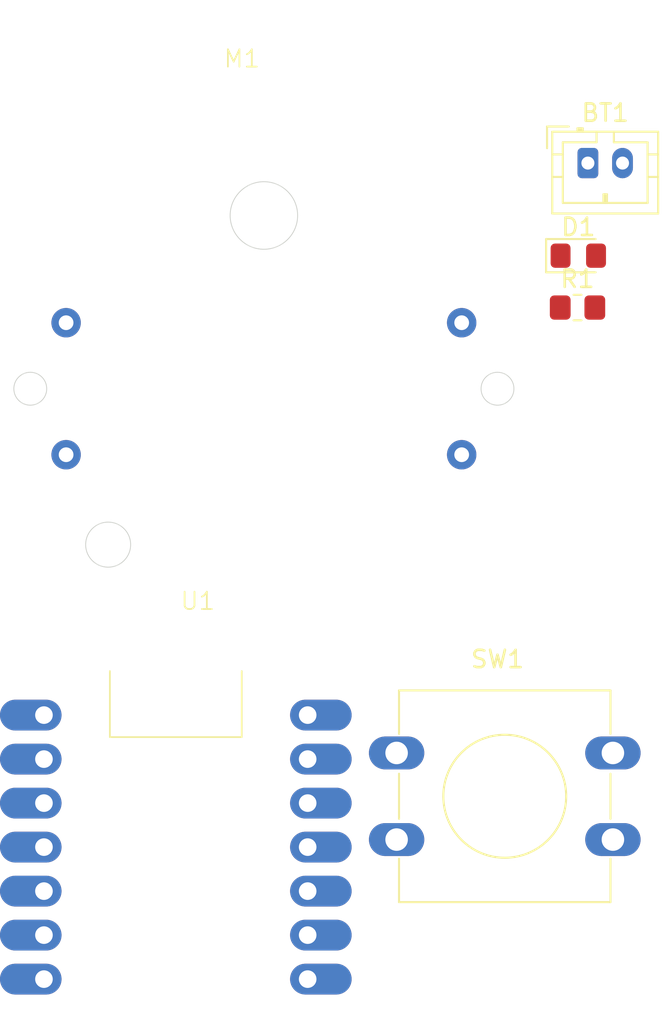
<source format=kicad_pcb>
(kicad_pcb (version 20240108) (generator "pcbnew") (generator_version "8.0")
  (layers (0 "F.Cu" signal) (31 "B.Cu" signal) (34 "B.Paste" user) (35 "F.Paste" user) (36 "B.SilkS" user "B.Silkscreen") (37 "F.SilkS" user "F.Silkscreen") (38 "B.Mask" user) (39 "F.Mask" user) (44 "Edge.Cuts" user))
  (net 0 "")
  (net 1 "GND")
  (net 2 "VCC")
  (net 3 "Net-(D1-A)")
  (net 4 "Net-(D1-K)")
  (net 5 "Net-(U1-GPIO3_A2_D2)")
  (net 6 "Net-(M1--)")
  (net 7 "Net-(U1-GPIO1_A0_D0)")
  (net 8 "Net-(U1-GPIO4_A3_D3)")
  (net 9 "Net-(SW1-A)")
  (footprint "demo_motor:x27_stepper" (layer "F.Cu") (at 128.87 104.135)
    (property "Reference" "M1" (at -3.81 -29.21 0) (layer "F.SilkS") (effects (font (thickness 0.1))))
    (property "Value" "Stepper_Motor_bipolar")
    (fp_circle (center -16.04 -10.16) (end -15.09 -10.16) (stroke (width 0.05)) (fill none) (layer "Edge.Cuts"))
    (fp_circle (center -11.54 -1.16) (end -10.24 -1.16) (stroke (width 0.05)) (fill none) (layer "Edge.Cuts"))
    (fp_circle (center -2.54 -20.16) (end -0.59 -20.16) (stroke (width 0.05)) (fill none) (layer "Edge.Cuts"))
    (fp_circle (center 10.96 -10.16) (end 11.91 -10.16) (stroke (width 0.05)) (fill none) (layer "Edge.Cuts"))
    (pad "1" thru_hole circle (at 8.89 -13.97) (size 1.7 1.7) (drill 0.85) (layers "*.Cu" "*.Mask") (net 7 "Net-(U1-GPIO1_A0_D0)"))
    (pad "2" thru_hole circle (at 8.89 -6.35) (size 1.7 1.7) (drill 0.85) (layers "*.Cu" "*.Mask") (net 6 "Net-(M1--)"))
    (pad "3" thru_hole circle (at -13.97 -6.35) (size 1.7 1.7) (drill 0.85) (layers "*.Cu" "*.Mask") (net 5 "Net-(U1-GPIO3_A2_D2)"))
    (pad "4" thru_hole circle (at -13.97 -13.97) (size 1.7 1.7) (drill 0.85) (layers "*.Cu" "*.Mask") (net 8 "Net-(U1-GPIO4_A3_D3)"))
  )
  (footprint "demo_xiao:XIAO_ESP32_SENSE" (layer "F.Cu") (at 121.24 120.435)
    (property "Reference" "U1" (at 1.27 -14.2 0) (layer "F.SilkS") (effects (font (thickness 0.1))))
    (property "Value" "~")
    (fp_line (start -3.81 -10.16) (end -3.81 -6.35) (stroke (width 0.1)) (layer "F.SilkS"))
    (fp_line (start -3.81 -6.35) (end 3.81 -6.35) (stroke (width 0.1)) (layer "F.SilkS"))
    (fp_line (start 3.81 -6.35) (end 3.81 -10.16) (stroke (width 0.1)) (layer "F.SilkS"))
    (pad "1" thru_hole oval (at -7.62 -7.62) (size 3.556 1.778) (drill 1.016 (offset -0.762 0)) (layers "*.Cu" "*.Mask") (net 7 "Net-(U1-GPIO1_A0_D0)"))
    (pad "2" thru_hole oval (at -7.62 -5.08) (size 3.556 1.778) (drill 1.016 (offset -0.762 0)) (layers "*.Cu" "*.Mask") (net 6 "Net-(M1--)"))
    (pad "3" thru_hole oval (at -7.62 -2.54) (size 3.556 1.778) (drill 1.016 (offset -0.762 0)) (layers "*.Cu" "*.Mask") (net 5 "Net-(U1-GPIO3_A2_D2)"))
    (pad "4" thru_hole oval (at -7.62 0) (size 3.556 1.778) (drill 1.016 (offset -0.762 0)) (layers "*.Cu" "*.Mask") (net 8 "Net-(U1-GPIO4_A3_D3)"))
    (pad "5" thru_hole oval (at -7.62 2.54) (size 3.556 1.778) (drill 1.016 (offset -0.762 0)) (layers "*.Cu" "*.Mask"))
    (pad "6" thru_hole oval (at -7.62 5.08) (size 3.556 1.778) (drill 1.016 (offset -0.762 0)) (layers "*.Cu" "*.Mask"))
    (pad "7" thru_hole oval (at -7.62 7.62) (size 3.556 1.778) (drill 1.016 (offset -0.762 0)) (layers "*.Cu" "*.Mask"))
    (pad "8" thru_hole oval (at 7.62 -7.62) (size 3.556 1.778) (drill 1.016 (offset 0.762 0)) (layers "*.Cu" "*.Mask") (net 2 "VCC"))
    (pad "9" thru_hole oval (at 7.62 -5.08) (size 3.556 1.778) (drill 1.016 (offset 0.762 0)) (layers "*.Cu" "*.Mask") (net 1 "GND"))
    (pad "10" thru_hole oval (at 7.62 -2.54) (size 3.556 1.778) (drill 1.016 (offset 0.762 0)) (layers "*.Cu" "*.Mask"))
    (pad "11" thru_hole oval (at 7.62 0) (size 3.556 1.778) (drill 1.016 (offset 0.762 0)) (layers "*.Cu" "*.Mask") (net 3 "Net-(D1-A)"))
    (pad "12" thru_hole oval (at 7.62 2.54) (size 3.556 1.778) (drill 1.016 (offset 0.762 0)) (layers "*.Cu" "*.Mask") (net 9 "Net-(SW1-A)"))
    (pad "13" thru_hole oval (at 7.62 5.08) (size 3.556 1.778) (drill 1.016 (offset 0.762 0)) (layers "*.Cu" "*.Mask"))
    (pad "14" thru_hole oval (at 7.62 7.62) (size 3.556 1.778) (drill 1.016 (offset 0.762 0)) (layers "*.Cu" "*.Mask"))
  )
  (footprint "LED_SMD:LED_0805_2012Metric_Pad1.15x1.40mm_HandSolder" (layer "F.Cu") (at 144.5 86.295)
    (property "Reference" "D1" (at 0 -1.65 0) (layer "F.SilkS"))
    (property "Value" "LED")
    (fp_line (start -1.86 -0.96) (end -1.86 0.96) (stroke (width 0.12)) (layer "F.SilkS"))
    (fp_line (start -1.86 0.96) (end 1 0.96) (stroke (width 0.12)) (layer "F.SilkS"))
    (fp_line (start 1 -0.96) (end -1.86 -0.96) (stroke (width 0.12)) (layer "F.SilkS"))
    (pad "1" smd roundrect (at -1.025 0) (size 1.15 1.4) (layers "F.Cu" "F.Paste" "F.Mask") (roundrect_rratio 0.217391) (net 4 "Net-(D1-K)"))
    (pad "2" smd roundrect (at 1.025 0) (size 1.15 1.4) (layers "F.Cu" "F.Paste" "F.Mask") (roundrect_rratio 0.217391) (net 3 "Net-(D1-A)"))
  )
  (footprint "Resistor_SMD:R_0805_2012Metric_Pad1.20x1.40mm_HandSolder" (layer "F.Cu") (at 144.455 89.29)
    (property "Reference" "R1" (at 0 -1.65 0) (layer "F.SilkS"))
    (property "Value" "R")
    (fp_line (start -0.227064 -0.735) (end 0.227064 -0.735) (stroke (width 0.12)) (layer "F.SilkS"))
    (fp_line (start -0.227064 0.735) (end 0.227064 0.735) (stroke (width 0.12)) (layer "F.SilkS"))
    (pad "1" smd roundrect (at -1 0) (size 1.2 1.4) (layers "F.Cu" "F.Paste" "F.Mask") (roundrect_rratio 0.208333) (net 4 "Net-(D1-K)"))
    (pad "2" smd roundrect (at 1 0) (size 1.2 1.4) (layers "F.Cu" "F.Paste" "F.Mask") (roundrect_rratio 0.208333) (net 1 "GND"))
  )
  (footprint "Button_Switch_THT:SW_PUSH-12mm" (layer "F.Cu") (at 134 115)
    (property "Reference" "SW1" (at 5.83 -5.41 0) (layer "F.SilkS"))
    (property "Value" "SW_SPST")
    (fp_line (start 0.14 -3.61) (end 0.14 -1.1) (stroke (width 0.12)) (layer "F.SilkS"))
    (fp_line (start 0.14 -3.61) (end 12.36 -3.61) (stroke (width 0.12)) (layer "F.SilkS"))
    (fp_line (start 0.14 1.2) (end 0.14 3.8) (stroke (width 0.12)) (layer "F.SilkS"))
    (fp_line (start 0.14 6.1) (end 0.14 8.61) (stroke (width 0.12)) (layer "F.SilkS"))
    (fp_line (start 12.36 -3.61) (end 12.36 -1.1) (stroke (width 0.12)) (layer "F.SilkS"))
    (fp_line (start 12.36 1.2) (end 12.36 3.8) (stroke (width 0.12)) (layer "F.SilkS"))
    (fp_line (start 12.36 6.1) (end 12.36 8.61) (stroke (width 0.12)) (layer "F.SilkS"))
    (fp_line (start 12.36 8.61) (end 0.14 8.61) (stroke (width 0.12)) (layer "F.SilkS"))
    (fp_circle (center 6.25 2.5) (end 9.8 2.5) (stroke (width 0.12)) (fill none) (layer "F.SilkS"))
    (pad "1" thru_hole oval (at 0 0) (size 3.2 1.9) (drill 1.3) (layers "*.Cu" "*.Mask") (net 9 "Net-(SW1-A)"))
    (pad "1" thru_hole oval (at 12.5 0) (size 3.2 1.9) (drill 1.3) (layers "*.Cu" "*.Mask") (net 9 "Net-(SW1-A)"))
    (pad "2" thru_hole oval (at 0 5) (size 3.2 1.9) (drill 1.3) (layers "*.Cu" "*.Mask") (net 1 "GND"))
    (pad "2" thru_hole oval (at 12.5 5) (size 3.2 1.9) (drill 1.3) (layers "*.Cu" "*.Mask") (net 1 "GND"))
  )
  (footprint "Connector_JST:JST_PH_B2B-PH-K_1x02_P2.00mm_Vertical" (layer "F.Cu") (at 145.055 80.95)
    (property "Reference" "BT1" (at 1 -2.9 0) (layer "F.SilkS"))
    (property "Value" "Battery")
    (fp_line (start -2.36 -2.11) (end -2.36 -0.86) (stroke (width 0.12)) (layer "F.SilkS"))
    (fp_line (start -2.06 -1.81) (end -2.06 2.91) (stroke (width 0.12)) (layer "F.SilkS"))
    (fp_line (start -2.06 -0.5) (end -1.45 -0.5) (stroke (width 0.12)) (layer "F.SilkS"))
    (fp_line (start -2.06 0.8) (end -1.45 0.8) (stroke (width 0.12)) (layer "F.SilkS"))
    (fp_line (start -2.06 2.91) (end 4.06 2.91) (stroke (width 0.12)) (layer "F.SilkS"))
    (fp_line (start -1.45 -1.2) (end -1.45 2.3) (stroke (width 0.12)) (layer "F.SilkS"))
    (fp_line (start -1.45 2.3) (end 3.45 2.3) (stroke (width 0.12)) (layer "F.SilkS"))
    (fp_line (start -1.11 -2.11) (end -2.36 -2.11) (stroke (width 0.12)) (layer "F.SilkS"))
    (fp_line (start -0.6 -2.01) (end -0.6 -1.81) (stroke (width 0.12)) (layer "F.SilkS"))
    (fp_line (start -0.3 -2.01) (end -0.6 -2.01) (stroke (width 0.12)) (layer "F.SilkS"))
    (fp_line (start -0.3 -1.91) (end -0.6 -1.91) (stroke (width 0.12)) (layer "F.SilkS"))
    (fp_line (start -0.3 -1.81) (end -0.3 -2.01) (stroke (width 0.12)) (layer "F.SilkS"))
    (fp_line (start 0.5 -1.81) (end 0.5 -1.2) (stroke (width 0.12)) (layer "F.SilkS"))
    (fp_line (start 0.5 -1.2) (end -1.45 -1.2) (stroke (width 0.12)) (layer "F.SilkS"))
    (fp_line (start 0.9 1.8) (end 1.1 1.8) (stroke (width 0.12)) (layer "F.SilkS"))
    (fp_line (start 0.9 2.3) (end 0.9 1.8) (stroke (width 0.12)) (layer "F.SilkS"))
    (fp_line (start 1 2.3) (end 1 1.8) (stroke (width 0.12)) (layer "F.SilkS"))
    (fp_line (start 1.1 1.8) (end 1.1 2.3) (stroke (width 0.12)) (layer "F.SilkS"))
    (fp_line (start 1.5 -1.2) (end 1.5 -1.81) (stroke (width 0.12)) (layer "F.SilkS"))
    (fp_line (start 3.45 -1.2) (end 1.5 -1.2) (stroke (width 0.12)) (layer "F.SilkS"))
    (fp_line (start 3.45 2.3) (end 3.45 -1.2) (stroke (width 0.12)) (layer "F.SilkS"))
    (fp_line (start 4.06 -1.81) (end -2.06 -1.81) (stroke (width 0.12)) (layer "F.SilkS"))
    (fp_line (start 4.06 -0.5) (end 3.45 -0.5) (stroke (width 0.12)) (layer "F.SilkS"))
    (fp_line (start 4.06 0.8) (end 3.45 0.8) (stroke (width 0.12)) (layer "F.SilkS"))
    (fp_line (start 4.06 2.91) (end 4.06 -1.81) (stroke (width 0.12)) (layer "F.SilkS"))
    (pad "1" thru_hole roundrect (at 0 0) (size 1.2 1.75) (drill 0.75) (layers "*.Cu" "*.Mask") (roundrect_rratio 0.208333) (net 2 "VCC"))
    (pad "2" thru_hole oval (at 2 0) (size 1.2 1.75) (drill 0.75) (layers "*.Cu" "*.Mask") (net 1 "GND"))
  )
)
</source>
